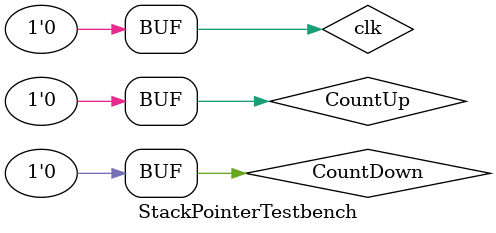
<source format=v>

`timescale 1ns / 1ps

module StackPointerTestbench;

    reg clk;
    reg CountUp;
    reg CountDown;
    wire [15:0] TopOfStack;

    StackPointer uut(

        .clk(clk),
        .CountUp(CountUp),
        .CountDown(CountDown),
        .TopOfStack(TopOfStack)

    );

    initial begin

        CountUp = 1;
        #10 clk = 1; #10 clk = 0;
        #10 clk = 1; #10 clk = 0;
        #10 clk = 1; #10 clk = 0;
        CountUp = 0;
        #10 clk = 1; #10 clk = 0;
        CountDown = 1;
        #10 clk = 1; #10 clk = 0;
        #10 clk = 1; #10 clk = 0;
        #10 clk = 1; #10 clk = 0;
        CountDown = 0;


    end

endmodule

</source>
